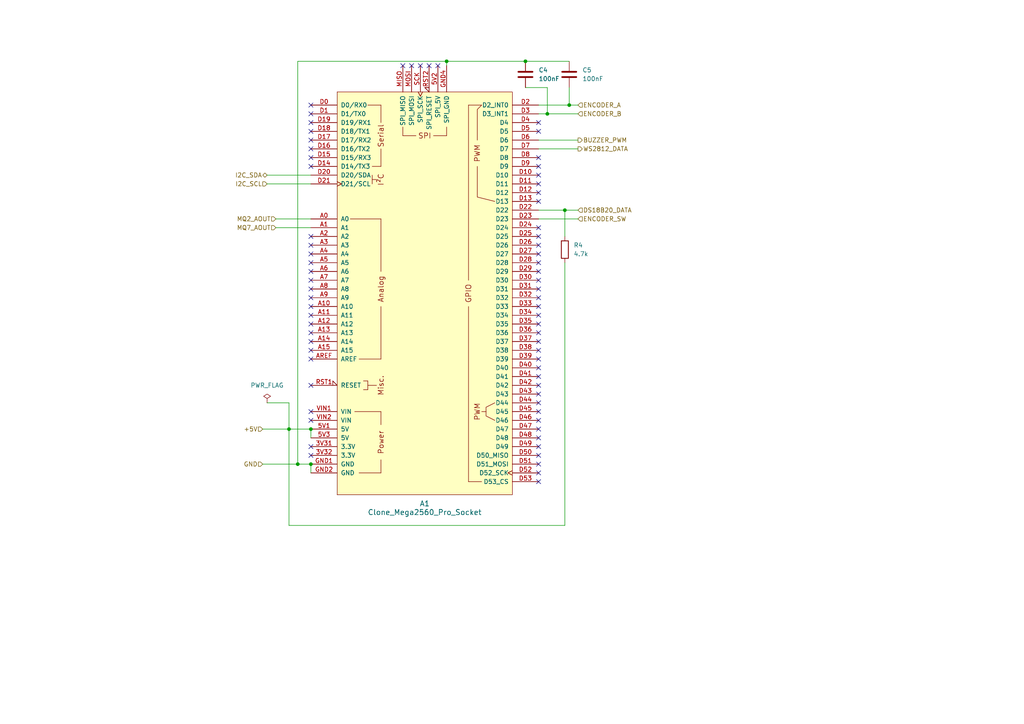
<source format=kicad_sch>
(kicad_sch (version 20250114) (generator "eeschema") (generator_version "9.0")
  (paper "A4")
  (title_block (title "Van Onboard Computer") (date "2025-12-02") (rev "1.1"))
  (lib_symbols
    (symbol "Device:C" (pin_numbers (hide yes)) (pin_names (offset 0.254))
      (property "Reference" "C" (at 0.635 2.54 0))
      (property "Value" "C" (at 0.635 -2.54 0))
      (symbol "C_0_1"
        (polyline (pts (xy -2.032 0.762) (xy 2.032 0.762)) (stroke (width 0.508)))
        (polyline (pts (xy -2.032 -0.762) (xy 2.032 -0.762)) (stroke (width 0.508)))
      )
      (symbol "C_1_1"
        (pin passive line (at 0 3.81 270) (length 2.794) (name "~") (number "1"))
        (pin passive line (at 0 -3.81 90) (length 2.794) (name "~") (number "2"))
      )
    )
    (symbol "Device:R" (pin_numbers (hide yes)) (pin_names (offset 0))
      (property "Reference" "R" (at 2.032 0 90))
      (property "Value" "R" (at 0 0 90))
      (symbol "R_0_1"
        (rectangle (start -1.016 -2.54) (end 1.016 2.54) (stroke (width 0.254)))
      )
      (symbol "R_1_1"
        (pin passive line (at 0 3.81 270) (length 1.27) (name "~") (number "1"))
        (pin passive line (at 0 -3.81 90) (length 1.27) (name "~") (number "2"))
      )
    )
    (symbol "PCM_arduino-library:Clone_Mega2560_Pro_Socket" (pin_names (offset 1.016))
      (property "Reference" "A" (at 0 -62.23 0))
      (property "Value" "Clone_Mega2560_Pro_Socket" (at 0 -66.04 0))
      (symbol "Clone_Mega2560_Pro_Socket_0_0"
        (rectangle (start -25.4 -58.42) (end 25.4 58.42) (fill (type background)))
        (polyline (pts (xy -21.59 21.59) (xy -12.7 21.59)))
        (rectangle (start -20.32 -34.29) (end -12.7 -34.29))
        (rectangle (start -19.05 -19.05) (end -12.7 -19.05))
        (rectangle (start -19.05 -52.07) (end -12.7 -52.07))
        (rectangle (start -17.78 -25.4) (end -16.51 -25.4))
        (rectangle (start -17.78 -27.94) (end -16.51 -27.94))
        (rectangle (start -16.51 54.61) (end -12.7 54.61))
        (rectangle (start -16.51 -25.4) (end -16.51 -27.94))
        (rectangle (start -16.51 -26.67) (end -13.97 -26.67))
        (rectangle (start -15.24 36.83) (end -12.7 36.83))
        (rectangle (start -15.24 34.29) (end -15.24 31.75))
        (rectangle (start -15.24 33.02) (end -13.97 33.02))
        (rectangle (start -12.7 49.53) (end -12.7 54.61))
        (rectangle (start -12.7 41.91) (end -12.7 36.83))
        (polyline (pts (xy -12.7 6.35) (xy -12.7 21.59)))
        (polyline (pts (xy -12.7 -19.05) (xy -12.7 -3.81)))
        (rectangle (start -12.7 -34.29) (end -12.7 -38.1))
        (rectangle (start -12.7 -48.26) (end -12.7 -52.07))
        (rectangle (start -6.35 48.26) (end -6.35 45.72))
        (rectangle (start -2.54 45.72) (end -6.35 45.72))
        (rectangle (start 6.35 48.26) (end 6.35 45.72))
        (rectangle (start 6.35 45.72) (end 2.54 45.72))
        (polyline (pts (xy 12.7 54.61) (xy 16.51 54.61)))
        (polyline (pts (xy 12.7 -54.61) (xy 16.51 -54.61)))
        (polyline (pts (xy 15.24 44.45) (xy 15.24 53.34) (xy 16.51 54.61)))
        (polyline (pts (xy 15.24 36.83) (xy 15.24 27.94) (xy 20.32 26.67)))
        (polyline (pts (xy 17.78 -34.29) (xy 16.51 -34.29)))
        (polyline (pts (xy 20.32 -31.75) (xy 17.78 -33.02) (xy 17.78 -35.56) (xy 20.32 -36.83)))
        (text "Serial" (at -12.7 45.72 900) (effects (font (size 1.524 1.524))))
        (text "I²C" (at -12.7 33.02 900) (effects (font (size 1.524 1.524))))
        (text "Analog" (at -12.7 1.27 900) (effects (font (size 1.524 1.524))))
        (text "Misc." (at -12.7 -26.67 900) (effects (font (size 1.524 1.524))))
        (text "Power" (at -12.7 -43.18 900) (effects (font (size 1.524 1.524))))
        (text "SPI" (at 0 45.72 0) (effects (font (size 1.524 1.524))))
        (text "PWM" (at 15.24 40.64 900) (effects (font (size 1.524 1.524))))
        (text "PWM" (at 15.24 -34.29 900) (effects (font (size 1.524 1.524))))
      )
      (symbol "Clone_Mega2560_Pro_Socket_1_0"
        (rectangle (start 12.7 54.61) (end 12.7 3.81))
        (rectangle (start 12.7 -54.61) (end 12.7 -3.81))
        (text "GPIO" (at 12.7 0 900) (effects (font (size 1.524 1.524))))
      )
      (symbol "Clone_Mega2560_Pro_Socket_1_1"
        (pin bidirectional line (at -33.02 54.61 0) (length 7.62) (name "D0/RX0") (number "D0"))
        (pin bidirectional line (at -33.02 52.07 0) (length 7.62) (name "D1/TX0") (number "D1"))
        (pin bidirectional line (at -33.02 49.53 0) (length 7.62) (name "D19/RX1") (number "D19"))
        (pin bidirectional line (at -33.02 46.99 0) (length 7.62) (name "D18/TX1") (number "D18"))
        (pin bidirectional line (at -33.02 44.45 0) (length 7.62) (name "D17/RX2") (number "D17"))
        (pin bidirectional line (at -33.02 41.91 0) (length 7.62) (name "D16/TX2") (number "D16"))
        (pin bidirectional line (at -33.02 39.37 0) (length 7.62) (name "D15/RX3") (number "D15"))
        (pin bidirectional line (at -33.02 36.83 0) (length 7.62) (name "D14/TX3") (number "D14"))
        (pin bidirectional line (at -33.02 34.29 0) (length 7.62) (name "D20/SDA") (number "D20"))
        (pin bidirectional clock (at -33.02 31.75 0) (length 7.62) (name "D21/SCL") (number "D21"))
        (pin bidirectional line (at -33.02 21.59 0) (length 7.62) (name "A0") (number "A0"))
        (pin bidirectional line (at -33.02 19.05 0) (length 7.62) (name "A1") (number "A1"))
        (pin bidirectional line (at -33.02 16.51 0) (length 7.62) (name "A2") (number "A2"))
        (pin bidirectional line (at -33.02 13.97 0) (length 7.62) (name "A3") (number "A3"))
        (pin bidirectional line (at -33.02 11.43 0) (length 7.62) (name "A4") (number "A4"))
        (pin bidirectional line (at -33.02 8.89 0) (length 7.62) (name "A5") (number "A5"))
        (pin bidirectional line (at -33.02 6.35 0) (length 7.62) (name "A6") (number "A6"))
        (pin bidirectional line (at -33.02 3.81 0) (length 7.62) (name "A7") (number "A7"))
        (pin bidirectional line (at -33.02 1.27 0) (length 7.62) (name "A8") (number "A8"))
        (pin bidirectional line (at -33.02 -1.27 0) (length 7.62) (name "A9") (number "A9"))
        (pin bidirectional line (at -33.02 -3.81 0) (length 7.62) (name "A10") (number "A10"))
        (pin bidirectional line (at -33.02 -6.35 0) (length 7.62) (name "A11") (number "A11"))
        (pin bidirectional line (at -33.02 -8.89 0) (length 7.62) (name "A12") (number "A12"))
        (pin bidirectional line (at -33.02 -11.43 0) (length 7.62) (name "A13") (number "A13"))
        (pin bidirectional line (at -33.02 -13.97 0) (length 7.62) (name "A14") (number "A14"))
        (pin bidirectional line (at -33.02 -16.51 0) (length 7.62) (name "A15") (number "A15"))
        (pin input line (at -33.02 -19.05 0) (length 7.62) (name "AREF") (number "AREF"))
        (pin open_collector input_low (at -33.02 -26.67 0) (length 7.62) (name "RESET") (number "RST1"))
        (pin power_in line (at -33.02 -34.29 0) (length 7.62) (name "VIN") (number "VIN1"))
        (pin power_in line (at -33.02 -36.83 0) (length 7.62) (name "VIN") (number "VIN2"))
        (pin power_in line (at -33.02 -39.37 0) (length 7.62) (name "5V") (number "5V1"))
        (pin power_in line (at -33.02 -41.91 0) (length 7.62) (name "5V") (number "5V3"))
        (pin power_out line (at -33.02 -44.45 0) (length 7.62) (name "3.3V") (number "3V31"))
        (pin power_out line (at -33.02 -46.99 0) (length 7.62) (name "3.3V") (number "3V32"))
        (pin power_in line (at -33.02 -49.53 0) (length 7.62) (name "GND") (number "GND1"))
        (pin power_in line (at -33.02 -52.07 0) (length 7.62) (name "GND") (number "GND2"))
        (pin input line (at -6.35 66.04 270) (length 7.62) (name "SPI_MISO") (number "MISO"))
        (pin output line (at -3.81 66.04 270) (length 7.62) (name "SPI_MOSI") (number "MOSI"))
        (pin output clock (at -1.27 66.04 270) (length 7.62) (name "SPI_SCK") (number "SCK"))
        (pin open_collector input_low (at 1.27 66.04 270) (length 7.62) (name "SPI_RESET") (number "RST2"))
        (pin power_in line (at 3.81 66.04 270) (length 7.62) (name "SPI_5V") (number "5V2"))
        (pin power_in line (at 6.35 66.04 270) (length 7.62) (name "SPI_GND") (number "GND4"))
        (pin bidirectional line (at 33.02 54.61 180) (length 7.62) (name "D2_INT0") (number "D2"))
        (pin bidirectional line (at 33.02 52.07 180) (length 7.62) (name "D3_INT1") (number "D3"))
        (pin bidirectional line (at 33.02 49.53 180) (length 7.62) (name "D4") (number "D4"))
        (pin bidirectional line (at 33.02 46.99 180) (length 7.62) (name "D5") (number "D5"))
        (pin bidirectional line (at 33.02 44.45 180) (length 7.62) (name "D6") (number "D6"))
        (pin bidirectional line (at 33.02 41.91 180) (length 7.62) (name "D7") (number "D7"))
        (pin bidirectional line (at 33.02 39.37 180) (length 7.62) (name "D8") (number "D8"))
        (pin bidirectional line (at 33.02 36.83 180) (length 7.62) (name "D9") (number "D9"))
        (pin bidirectional line (at 33.02 34.29 180) (length 7.62) (name "D10") (number "D10"))
        (pin bidirectional line (at 33.02 31.75 180) (length 7.62) (name "D11") (number "D11"))
        (pin bidirectional line (at 33.02 29.21 180) (length 7.62) (name "D12") (number "D12"))
        (pin bidirectional line (at 33.02 26.67 180) (length 7.62) (name "D13") (number "D13"))
        (pin bidirectional line (at 33.02 24.13 180) (length 7.62) (name "D22") (number "D22"))
        (pin bidirectional line (at 33.02 21.59 180) (length 7.62) (name "D23") (number "D23"))
        (pin bidirectional line (at 33.02 19.05 180) (length 7.62) (name "D24") (number "D24"))
        (pin bidirectional line (at 33.02 16.51 180) (length 7.62) (name "D25") (number "D25"))
        (pin bidirectional line (at 33.02 13.97 180) (length 7.62) (name "D26") (number "D26"))
        (pin bidirectional line (at 33.02 11.43 180) (length 7.62) (name "D27") (number "D27"))
        (pin bidirectional line (at 33.02 8.89 180) (length 7.62) (name "D28") (number "D28"))
        (pin bidirectional line (at 33.02 6.35 180) (length 7.62) (name "D29") (number "D29"))
        (pin bidirectional line (at 33.02 3.81 180) (length 7.62) (name "D30") (number "D30"))
        (pin bidirectional line (at 33.02 1.27 180) (length 7.62) (name "D31") (number "D31"))
        (pin bidirectional line (at 33.02 -1.27 180) (length 7.62) (name "D32") (number "D32"))
        (pin bidirectional line (at 33.02 -3.81 180) (length 7.62) (name "D33") (number "D33"))
        (pin bidirectional line (at 33.02 -6.35 180) (length 7.62) (name "D34") (number "D34"))
        (pin bidirectional line (at 33.02 -8.89 180) (length 7.62) (name "D35") (number "D35"))
        (pin bidirectional line (at 33.02 -11.43 180) (length 7.62) (name "D36") (number "D36"))
        (pin bidirectional line (at 33.02 -13.97 180) (length 7.62) (name "D37") (number "D37"))
        (pin bidirectional line (at 33.02 -16.51 180) (length 7.62) (name "D38") (number "D38"))
        (pin bidirectional line (at 33.02 -19.05 180) (length 7.62) (name "D39") (number "D39"))
        (pin bidirectional line (at 33.02 -21.59 180) (length 7.62) (name "D40") (number "D40"))
        (pin bidirectional line (at 33.02 -24.13 180) (length 7.62) (name "D41") (number "D41"))
        (pin bidirectional line (at 33.02 -26.67 180) (length 7.62) (name "D42") (number "D42"))
        (pin bidirectional line (at 33.02 -29.21 180) (length 7.62) (name "D43") (number "D43"))
        (pin bidirectional line (at 33.02 -31.75 180) (length 7.62) (name "D44") (number "D44"))
        (pin bidirectional line (at 33.02 -34.29 180) (length 7.62) (name "D45") (number "D45"))
        (pin bidirectional line (at 33.02 -36.83 180) (length 7.62) (name "D46") (number "D46"))
        (pin bidirectional line (at 33.02 -39.37 180) (length 7.62) (name "D47") (number "D47"))
        (pin bidirectional line (at 33.02 -41.91 180) (length 7.62) (name "D48") (number "D48"))
        (pin bidirectional line (at 33.02 -44.45 180) (length 7.62) (name "D49") (number "D49"))
        (pin bidirectional line (at 33.02 -46.99 180) (length 7.62) (name "D50_MISO") (number "D50"))
        (pin bidirectional line (at 33.02 -49.53 180) (length 7.62) (name "D51_MOSI") (number "D51"))
        (pin bidirectional clock (at 33.02 -52.07 180) (length 7.62) (name "D52_SCK") (number "D52"))
        (pin bidirectional line (at 33.02 -54.61 180) (length 7.62) (name "D53_CS") (number "D53"))
      )
    )
    (symbol "power:PWR_FLAG" (power) (pin_numbers (hide yes)) (pin_names (offset 0) (hide yes))
      (property "Value" "PWR_FLAG" (at 0 3.81 0))
      (symbol "PWR_FLAG_0_0"
        (pin power_out line (at 0 0 90) (length 0) (name "~") (number "1"))
      )
      (symbol "PWR_FLAG_0_1"
        (polyline (pts (xy 0 0) (xy 0 1.27) (xy -1.016 1.905) (xy 0 2.54) (xy 1.016 1.905) (xy 0 1.27)))
      )
    )
  )
  (junction (at 86.36 134.62))
  (junction (at 90.17 124.46))
  (junction (at 158.75 33.02))
  (junction (at 129.54 17.78))
  (junction (at 163.83 60.96))
  (junction (at 165.1 30.48))
  (junction (at 83.82 124.46))
  (junction (at 152.4 17.78))
  (junction (at 90.17 134.62))
  (no_connect (at 90.17 119.38))
  (no_connect (at 156.21 129.54))
  (no_connect (at 156.21 116.84))
  (no_connect (at 90.17 86.36))
  (no_connect (at 156.21 48.26))
  (no_connect (at 90.17 93.98))
  (no_connect (at 156.21 134.62))
  (no_connect (at 156.21 81.28))
  (no_connect (at 90.17 33.02))
  (no_connect (at 90.17 43.18))
  (no_connect (at 90.17 76.2))
  (no_connect (at 90.17 68.58))
  (no_connect (at 156.21 45.72))
  (no_connect (at 156.21 96.52))
  (no_connect (at 156.21 99.06))
  (no_connect (at 90.17 38.1))
  (no_connect (at 156.21 53.34))
  (no_connect (at 156.21 132.08))
  (no_connect (at 124.46 19.05))
  (no_connect (at 156.21 137.16))
  (no_connect (at 156.21 38.1))
  (no_connect (at 90.17 30.48))
  (no_connect (at 156.21 119.38))
  (no_connect (at 156.21 78.74))
  (no_connect (at 156.21 35.56))
  (no_connect (at 90.17 40.64))
  (no_connect (at 90.17 81.28))
  (no_connect (at 156.21 111.76))
  (no_connect (at 90.17 35.56))
  (no_connect (at 156.21 106.68))
  (no_connect (at 90.17 73.66))
  (no_connect (at 156.21 88.9))
  (no_connect (at 156.21 127))
  (no_connect (at 156.21 58.42))
  (no_connect (at 119.38 19.05))
  (no_connect (at 90.17 99.06))
  (no_connect (at 156.21 91.44))
  (no_connect (at 156.21 93.98))
  (no_connect (at 156.21 66.04))
  (no_connect (at 90.17 91.44))
  (no_connect (at 90.17 101.6))
  (no_connect (at 156.21 86.36))
  (no_connect (at 156.21 50.8))
  (no_connect (at 90.17 71.12))
  (no_connect (at 156.21 73.66))
  (no_connect (at 90.17 45.72))
  (no_connect (at 156.21 101.6))
  (no_connect (at 156.21 104.14))
  (no_connect (at 156.21 124.46))
  (no_connect (at 116.84 19.05))
  (no_connect (at 127 19.05))
  (no_connect (at 90.17 96.52))
  (no_connect (at 90.17 111.76))
  (no_connect (at 90.17 88.9))
  (no_connect (at 156.21 114.3))
  (no_connect (at 90.17 132.08))
  (no_connect (at 156.21 55.88))
  (no_connect (at 90.17 83.82))
  (no_connect (at 90.17 48.26))
  (no_connect (at 156.21 83.82))
  (no_connect (at 156.21 139.7))
  (no_connect (at 156.21 76.2))
  (no_connect (at 90.17 78.74))
  (no_connect (at 156.21 71.12))
  (no_connect (at 121.92 19.05))
  (no_connect (at 90.17 121.92))
  (no_connect (at 90.17 104.14))
  (no_connect (at 90.17 129.54))
  (no_connect (at 156.21 68.58))
  (no_connect (at 156.21 109.22))
  (no_connect (at 156.21 121.92))
  (wire (pts (xy 158.75 25.4) (xy 158.75 33.02)))
  (wire (pts (xy 90.17 134.62) (xy 90.17 137.16)))
  (wire (pts (xy 129.54 19.05) (xy 129.54 17.78)))
  (wire (pts (xy 90.17 124.46) (xy 90.17 127)))
  (wire (pts (xy 163.83 152.4) (xy 83.82 152.4)))
  (wire (pts (xy 83.82 152.4) (xy 83.82 124.46)))
  (wire (pts (xy 77.47 53.34) (xy 90.17 53.34)))
  (wire (pts (xy 76.2 124.46) (xy 83.82 124.46)))
  (wire (pts (xy 129.54 17.78) (xy 152.4 17.78)))
  (wire (pts (xy 156.21 60.96) (xy 163.83 60.96)))
  (wire (pts (xy 158.75 33.02) (xy 167.64 33.02)))
  (wire (pts (xy 77.47 116.84) (xy 83.82 116.84)))
  (wire (pts (xy 165.1 25.4) (xy 165.1 30.48)))
  (wire (pts (xy 76.2 134.62) (xy 86.36 134.62)))
  (wire (pts (xy 129.54 17.78) (xy 86.36 17.78)))
  (wire (pts (xy 156.21 33.02) (xy 158.75 33.02)))
  (wire (pts (xy 152.4 17.78) (xy 165.1 17.78)))
  (wire (pts (xy 163.83 60.96) (xy 167.64 60.96)))
  (wire (pts (xy 80.01 63.5) (xy 90.17 63.5)))
  (wire (pts (xy 156.21 43.18) (xy 167.64 43.18)))
  (wire (pts (xy 156.21 30.48) (xy 165.1 30.48)))
  (wire (pts (xy 163.83 76.2) (xy 163.83 152.4)))
  (wire (pts (xy 152.4 25.4) (xy 158.75 25.4)))
  (wire (pts (xy 163.83 60.96) (xy 163.83 68.58)))
  (wire (pts (xy 86.36 17.78) (xy 86.36 134.62)))
  (wire (pts (xy 80.01 66.04) (xy 90.17 66.04)))
  (wire (pts (xy 77.47 50.8) (xy 90.17 50.8)))
  (wire (pts (xy 83.82 116.84) (xy 83.82 124.46)))
  (wire (pts (xy 86.36 134.62) (xy 90.17 134.62)))
  (wire (pts (xy 165.1 30.48) (xy 167.64 30.48)))
  (wire (pts (xy 156.21 63.5) (xy 167.64 63.5)))
  (wire (pts (xy 156.21 40.64) (xy 167.64 40.64)))
  (wire (pts (xy 83.82 124.46) (xy 90.17 124.46)))
  (hierarchical_label "ENCODER_SW" (shape input) (at 167.64 63.5 0))
  (hierarchical_label "ENCODER_A" (shape input) (at 167.64 30.48 0))
  (hierarchical_label "+5V" (shape input) (at 76.2 124.46 180))
  (hierarchical_label "WS2812_DATA" (shape output) (at 167.64 43.18 0))
  (hierarchical_label "DS18B20_DATA" (shape input) (at 167.64 60.96 0))
  (hierarchical_label "GND" (shape input) (at 76.2 134.62 180))
  (hierarchical_label "MQ2_AOUT" (shape input) (at 80.01 63.5 180))
  (hierarchical_label "I2C_SDA" (shape bidirectional) (at 77.47 50.8 180))
  (hierarchical_label "MQ7_AOUT" (shape input) (at 80.01 66.04 180))
  (hierarchical_label "BUZZER_PWM" (shape output) (at 167.64 40.64 0))
  (hierarchical_label "I2C_SCL" (shape input) (at 77.47 53.34 180))
  (hierarchical_label "ENCODER_B" (shape input) (at 167.64 33.02 0))
  (symbol (lib_id "PCM_arduino-library:Clone_Mega2560_Pro_Socket") (at 123.19 85.09 0) (unit 1)
    (property "Reference" "A1" (at 123.19 146.05 0) (effects (font (size 1.524 1.524))))
    (property "Value" "Clone_Mega2560_Pro_Socket" (at 123.19 148.59 0) (effects (font (size 1.524 1.524))))
    (property "Footprint" "PCM_arduino-library:Clone_Mega2560_Pro_Socket" (effects (hide yes)))
    (property "Datasheet" "https://www.pcboard.ca/mega-2560-pro" (effects (hide yes)))
    (property "Description" "Socket for Common Unofficial Mega2560 Pro Clone" (effects (hide yes)))
  )
  (symbol (lib_id "power:PWR_FLAG") (at 77.47 116.84 0) (unit 1)
    (property "Reference" "#FLG02" (effects (hide yes)))
    (property "Value" "PWR_FLAG" (at 77.47 111.76 0))
    (property "Description" "Special symbol for telling ERC where power comes from" (effects (hide yes)))
  )
  (symbol (lib_id "Device:R") (at 163.83 72.39 0) (unit 1)
    (property "Reference" "R4" (at 166.37 71.1199 0) (effects (justify left)))
    (property "Value" "4.7k" (at 166.37 73.6599 0) (effects (justify left)))
    (property "Footprint" "Resistor_THT:R_Axial_DIN0207_L6.3mm_D2.5mm_P10.16mm_Horizontal" (effects (hide yes)))
    (property "Description" "Resistor" (effects (hide yes)))
  )
  (symbol (lib_id "Device:C") (at 152.4 21.59 0) (unit 1)
    (property "Reference" "C4" (at 156.21 20.3199 0) (effects (justify left)))
    (property "Value" "100nF" (at 156.21 22.8599 0) (effects (justify left)))
    (property "Footprint" "Capacitor_THT:C_Disc_D4.3mm_W1.9mm_P5.00mm" (effects (hide yes)))
    (property "Description" "Unpolarized capacitor" (effects (hide yes)))
  )
  (symbol (lib_id "Device:C") (at 165.1 21.59 0) (unit 1)
    (property "Reference" "C5" (at 168.91 20.3199 0) (effects (justify left)))
    (property "Value" "100nF" (at 168.91 22.8599 0) (effects (justify left)))
    (property "Footprint" "Capacitor_THT:C_Disc_D4.3mm_W1.9mm_P5.00mm" (effects (hide yes)))
    (property "Description" "Unpolarized capacitor" (effects (hide yes)))
  )
)
</source>
